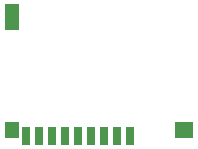
<source format=gbp>
G04*
G04 #@! TF.GenerationSoftware,Altium Limited,Altium Designer,19.1.8 (144)*
G04*
G04 Layer_Color=128*
%FSLAX25Y25*%
%MOIN*%
G70*
G01*
G75*
%ADD94R,0.06299X0.05512*%
%ADD95R,0.04724X0.08661*%
%ADD96R,0.02756X0.06299*%
%ADD97R,0.04724X0.05512*%
D94*
X99468Y77787D02*
D03*
D95*
X41988Y115582D02*
D03*
D96*
X81358Y75818D02*
D03*
X77028D02*
D03*
X72697D02*
D03*
X68366D02*
D03*
X64035D02*
D03*
X59705D02*
D03*
X55374D02*
D03*
X51043D02*
D03*
X46713D02*
D03*
D97*
X41988Y77787D02*
D03*
M02*

</source>
